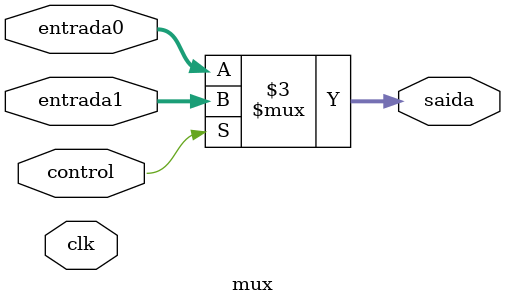
<source format=v>
module mux (
  input wire clk,              // Declaração do sinal de clock como entrada
  input wire control,          // Declaração do sinal de controle como entrada
  input wire [31:0] entrada0,  // Declaração da entrada0 como entrada de 32 bits
  input wire [31:0] entrada1,  // Declaração da entrada1 como entrada de 32 bits
  output reg [31:0] saida      // Declaração da saída como saída de 32 bits
);

always @(*) begin
    saida = (control == 1'b0) ? entrada0 : entrada1;
end

endmodule
</source>
